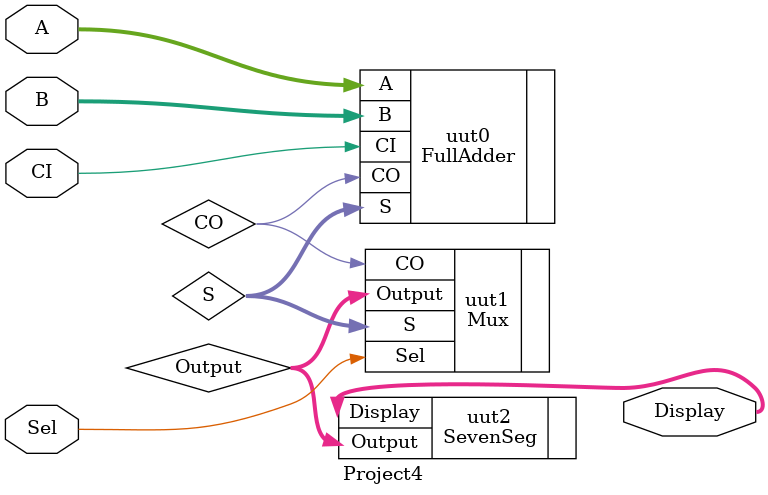
<source format=v>
`timescale 1ns / 1ps


module Project4(
    input [3:0] A,
    input [3:0] B,
    input CI,
    input Sel,
    output [6:0] Display
    );
    wire [3:0] S;
    wire CO;
    wire [3:0] Output;
    
    
    FullAdder uut0(.A(A),.B(B),.CI(CI),.S(S),.CO(CO));
    Mux uut1(.S(S),.CO(CO),.Sel(Sel),.Output(Output));
    SevenSeg uut2(.Output(Output), .Display(Display));
endmodule

</source>
